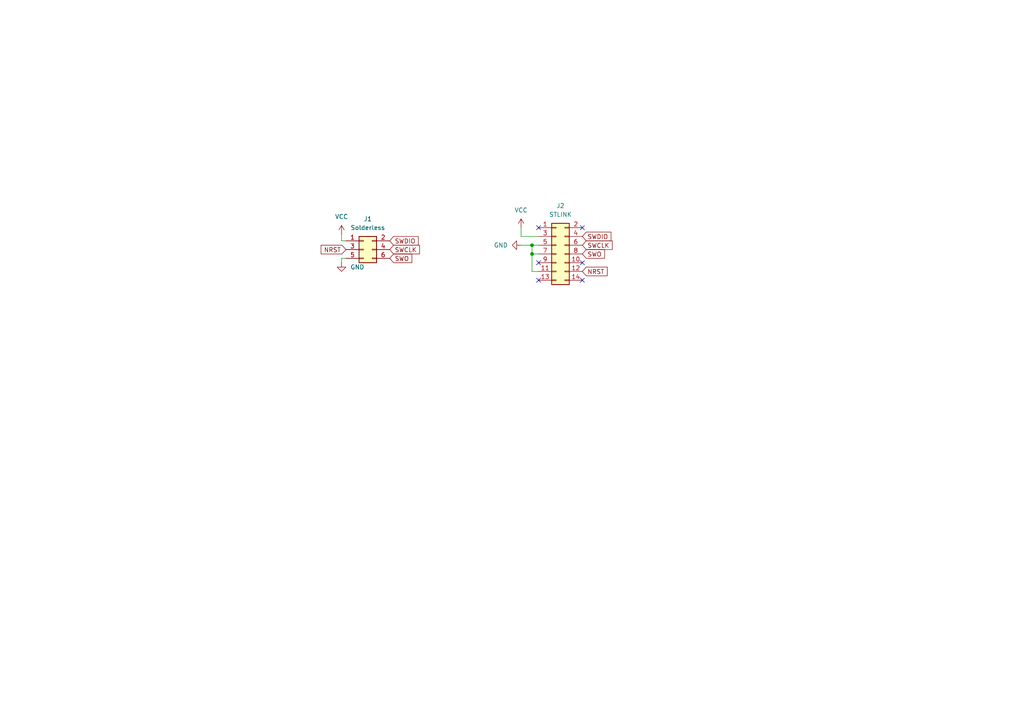
<source format=kicad_sch>
(kicad_sch (version 20211123) (generator eeschema)
  (paper "A4")
  (title_block (title "Solderless STLink Adapter") (date "2022-06-03") (rev "1.0") (company "Laurent Fiack"))
  (lib_symbols
    (symbol "Connector_Generic:Conn_02x03_Odd_Even" (pin_names (offset 1.016) hide)
      (property "Reference" "J" (at 1.27 5.08 0))
      (property "Value" "Conn_02x03_Odd_Even" (at 1.27 -5.08 0))
      (symbol "Conn_02x03_Odd_Even_1_1"
        (rectangle (start -1.27 -2.413) (end 0 -2.667) (stroke (width 0.1524)))
        (rectangle (start -1.27 0.127) (end 0 -0.127) (stroke (width 0.1524)))
        (rectangle (start -1.27 2.667) (end 0 2.413) (stroke (width 0.1524)))
        (rectangle (start -1.27 3.81) (end 3.81 -3.81) (stroke (width 0.254)) (fill (type background)))
        (rectangle (start 3.81 -2.413) (end 2.54 -2.667) (stroke (width 0.1524)))
        (rectangle (start 3.81 0.127) (end 2.54 -0.127) (stroke (width 0.1524)))
        (rectangle (start 3.81 2.667) (end 2.54 2.413) (stroke (width 0.1524)))
        (pin passive line (at -5.08 2.54 0) (length 3.81) (name "Pin_1") (number "1"))
        (pin passive line (at 7.62 2.54 180) (length 3.81) (name "Pin_2") (number "2"))
        (pin passive line (at -5.08 0 0) (length 3.81) (name "Pin_3") (number "3"))
        (pin passive line (at 7.62 0 180) (length 3.81) (name "Pin_4") (number "4"))
        (pin passive line (at -5.08 -2.54 0) (length 3.81) (name "Pin_5") (number "5"))
        (pin passive line (at 7.62 -2.54 180) (length 3.81) (name "Pin_6") (number "6"))
      )
    )
    (symbol "Connector_Generic:Conn_02x07_Odd_Even" (pin_names (offset 1.016) hide)
      (property "Reference" "J" (at 1.27 10.16 0))
      (property "Value" "Conn_02x07_Odd_Even" (at 1.27 -10.16 0))
      (symbol "Conn_02x07_Odd_Even_1_1"
        (rectangle (start -1.27 -7.493) (end 0 -7.747) (stroke (width 0.1524)))
        (rectangle (start -1.27 -4.953) (end 0 -5.207) (stroke (width 0.1524)))
        (rectangle (start -1.27 -2.413) (end 0 -2.667) (stroke (width 0.1524)))
        (rectangle (start -1.27 0.127) (end 0 -0.127) (stroke (width 0.1524)))
        (rectangle (start -1.27 2.667) (end 0 2.413) (stroke (width 0.1524)))
        (rectangle (start -1.27 5.207) (end 0 4.953) (stroke (width 0.1524)))
        (rectangle (start -1.27 7.747) (end 0 7.493) (stroke (width 0.1524)))
        (rectangle (start -1.27 8.89) (end 3.81 -8.89) (stroke (width 0.254)) (fill (type background)))
        (rectangle (start 3.81 -7.493) (end 2.54 -7.747) (stroke (width 0.1524)))
        (rectangle (start 3.81 -4.953) (end 2.54 -5.207) (stroke (width 0.1524)))
        (rectangle (start 3.81 -2.413) (end 2.54 -2.667) (stroke (width 0.1524)))
        (rectangle (start 3.81 0.127) (end 2.54 -0.127) (stroke (width 0.1524)))
        (rectangle (start 3.81 2.667) (end 2.54 2.413) (stroke (width 0.1524)))
        (rectangle (start 3.81 5.207) (end 2.54 4.953) (stroke (width 0.1524)))
        (rectangle (start 3.81 7.747) (end 2.54 7.493) (stroke (width 0.1524)))
        (pin passive line (at -5.08 7.62 0) (length 3.81) (name "Pin_1") (number "1"))
        (pin passive line (at 7.62 -2.54 180) (length 3.81) (name "Pin_10") (number "10"))
        (pin passive line (at -5.08 -5.08 0) (length 3.81) (name "Pin_11") (number "11"))
        (pin passive line (at 7.62 -5.08 180) (length 3.81) (name "Pin_12") (number "12"))
        (pin passive line (at -5.08 -7.62 0) (length 3.81) (name "Pin_13") (number "13"))
        (pin passive line (at 7.62 -7.62 180) (length 3.81) (name "Pin_14") (number "14"))
        (pin passive line (at 7.62 7.62 180) (length 3.81) (name "Pin_2") (number "2"))
        (pin passive line (at -5.08 5.08 0) (length 3.81) (name "Pin_3") (number "3"))
        (pin passive line (at 7.62 5.08 180) (length 3.81) (name "Pin_4") (number "4"))
        (pin passive line (at -5.08 2.54 0) (length 3.81) (name "Pin_5") (number "5"))
        (pin passive line (at 7.62 2.54 180) (length 3.81) (name "Pin_6") (number "6"))
        (pin passive line (at -5.08 0 0) (length 3.81) (name "Pin_7") (number "7"))
        (pin passive line (at 7.62 0 180) (length 3.81) (name "Pin_8") (number "8"))
        (pin passive line (at -5.08 -2.54 0) (length 3.81) (name "Pin_9") (number "9"))
      )
    )
    (symbol "power:GND" (power) (pin_names (offset 0))
      (property "Value" "GND" (at 0 -3.81 0))
      (symbol "GND_0_1"
        (polyline (pts (xy 0 0) (xy 0 -1.27) (xy 1.27 -1.27) (xy 0 -2.54) (xy -1.27 -1.27) (xy 0 -1.27)))
      )
      (symbol "GND_1_1"
        (pin power_in line (at 0 0 270) (length 0) hide (name "GND") (number "1"))
      )
    )
    (symbol "power:VCC" (power) (pin_names (offset 0))
      (property "Value" "VCC" (at 0 3.81 0))
      (symbol "VCC_0_1"
        (polyline (pts (xy -0.762 1.27) (xy 0 2.54)))
        (polyline (pts (xy 0 0) (xy 0 2.54)))
        (polyline (pts (xy 0 2.54) (xy 0.762 1.27)))
      )
      (symbol "VCC_1_1"
        (pin power_in line (at 0 0 90) (length 0) hide (name "VCC") (number "1"))
      )
    )
  )
  (junction (at 154.305 71.12))
  (junction (at 154.305 73.66))
  (no_connect (at 168.91 81.28))
  (no_connect (at 156.21 81.28))
  (no_connect (at 156.21 66.04))
  (no_connect (at 168.91 66.04))
  (no_connect (at 168.91 76.2))
  (no_connect (at 156.21 76.2))
  (wire (pts (xy 99.06 74.93) (xy 100.33 74.93)))
  (wire (pts (xy 99.06 69.85) (xy 100.33 69.85)))
  (wire (pts (xy 99.06 76.2) (xy 99.06 74.93)))
  (wire (pts (xy 154.305 71.12) (xy 156.21 71.12)))
  (wire (pts (xy 99.06 67.945) (xy 99.06 69.85)))
  (wire (pts (xy 151.13 68.58) (xy 151.13 66.04)))
  (wire (pts (xy 156.21 68.58) (xy 151.13 68.58)))
  (wire (pts (xy 154.305 78.74) (xy 156.21 78.74)))
  (wire (pts (xy 154.305 78.74) (xy 154.305 73.66)))
  (wire (pts (xy 151.13 71.12) (xy 154.305 71.12)))
  (wire (pts (xy 154.305 73.66) (xy 154.305 71.12)))
  (wire (pts (xy 154.305 73.66) (xy 156.21 73.66)))
  (global_label "SWO" (shape input) (at 113.03 74.93 0) (property "Références Inter-Feuilles" "${INTERSHEET_REFS}" (effects hide)))
  (global_label "SWDIO" (shape input) (at 168.91 68.58 0) (property "Références Inter-Feuilles" "${INTERSHEET_REFS}" (effects hide)))
  (global_label "SWO" (shape input) (at 168.91 73.66 0) (property "Références Inter-Feuilles" "${INTERSHEET_REFS}" (effects hide)))
  (global_label "NRST" (shape input) (at 168.91 78.74 0) (property "Références Inter-Feuilles" "${INTERSHEET_REFS}" (effects hide)))
  (global_label "SWDIO" (shape input) (at 113.03 69.85 0) (property "Références Inter-Feuilles" "${INTERSHEET_REFS}" (effects hide)))
  (global_label "SWCLK" (shape input) (at 113.03 72.39 0) (property "Références Inter-Feuilles" "${INTERSHEET_REFS}" (effects hide)))
  (global_label "NRST" (shape input) (at 100.33 72.39 180) (property "Références Inter-Feuilles" "${INTERSHEET_REFS}" (effects hide)))
  (global_label "SWCLK" (shape input) (at 168.91 71.12 0) (property "Références Inter-Feuilles" "${INTERSHEET_REFS}" (effects hide)))
  (symbol (lib_id "power:GND") (at 151.13 71.12 270) (unit 1)
    (property "Reference" "#PWR0102" (effects hide))
    (property "Value" "GND" (at 147.32 71.1199 90) (effects (justify right)))
  )
  (symbol (lib_id "Connector_Generic:Conn_02x03_Odd_Even") (at 105.41 72.39 0) (unit 1)
    (property "Reference" "J1" (at 106.68 63.5 0))
    (property "Value" "Solderless" (at 106.68 66.04 0))
    (property "Footprint" "pogo_pin:pogo_6pin" (effects hide))
    (property "Aliexpress" "https://fr.aliexpress.com/item/1005003148014177.html" (effects hide))
  )
  (symbol (lib_id "power:GND") (at 99.06 76.2 0) (unit 1)
    (property "Reference" "#PWR0104" (effects hide))
    (property "Value" "GND" (at 101.6 77.4699 0) (effects (justify left)))
  )
  (symbol (lib_id "power:VCC") (at 99.06 67.945 0) (unit 1)
    (property "Reference" "#PWR0103" (effects hide))
    (property "Value" "VCC" (at 99.06 62.865 0))
  )
  (symbol (lib_id "Connector_Generic:Conn_02x07_Odd_Even") (at 161.29 73.66 0) (unit 1)
    (property "Reference" "J2" (at 162.56 59.69 0))
    (property "Value" "STLINK" (at 162.56 62.23 0))
    (property "Footprint" "Connector_PinHeader_1.27mm:PinHeader_2x07_P1.27mm_Vertical_SMD" (effects hide))
  )
  (symbol (lib_id "power:VCC") (at 151.13 66.04 0) (unit 1)
    (property "Reference" "#PWR0101" (effects hide))
    (property "Value" "VCC" (at 151.13 60.96 0))
  )
)
</source>
